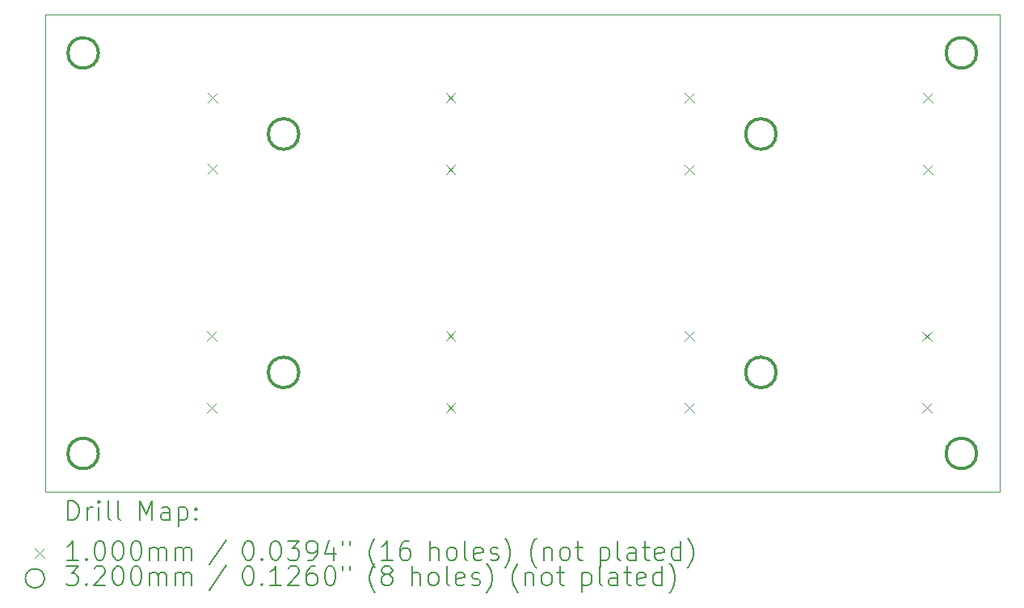
<source format=gbr>
%TF.GenerationSoftware,KiCad,Pcbnew,(7.0.0)*%
%TF.CreationDate,2023-05-19T00:04:20+02:00*%
%TF.ProjectId,BP,42502e6b-6963-4616-945f-706362585858,rev?*%
%TF.SameCoordinates,Original*%
%TF.FileFunction,Drillmap*%
%TF.FilePolarity,Positive*%
%FSLAX45Y45*%
G04 Gerber Fmt 4.5, Leading zero omitted, Abs format (unit mm)*
G04 Created by KiCad (PCBNEW (7.0.0)) date 2023-05-19 00:04:20*
%MOMM*%
%LPD*%
G01*
G04 APERTURE LIST*
%ADD10C,0.100000*%
%ADD11C,0.200000*%
%ADD12C,0.320000*%
G04 APERTURE END LIST*
D10*
X16200000Y-23800000D02*
X6200000Y-23800000D01*
X6200000Y-18800000D01*
X16200000Y-18800000D01*
X16200000Y-23800000D01*
D11*
D10*
X7900000Y-22120010D02*
X8000000Y-22220010D01*
X8000000Y-22120010D02*
X7900000Y-22220010D01*
X7900000Y-22870010D02*
X8000000Y-22970010D01*
X8000000Y-22870010D02*
X7900000Y-22970010D01*
X7907100Y-19618130D02*
X8007100Y-19718130D01*
X8007100Y-19618130D02*
X7907100Y-19718130D01*
X7907100Y-20368130D02*
X8007100Y-20468130D01*
X8007100Y-20368130D02*
X7907100Y-20468130D01*
X10400000Y-19620000D02*
X10500000Y-19720000D01*
X10500000Y-19620000D02*
X10400000Y-19720000D01*
X10400000Y-20370000D02*
X10500000Y-20470000D01*
X10500000Y-20370000D02*
X10400000Y-20470000D01*
X10400000Y-22120000D02*
X10500000Y-22220000D01*
X10500000Y-22120000D02*
X10400000Y-22220000D01*
X10400000Y-22870000D02*
X10500000Y-22970000D01*
X10500000Y-22870000D02*
X10400000Y-22970000D01*
X12900000Y-19620000D02*
X13000000Y-19720000D01*
X13000000Y-19620000D02*
X12900000Y-19720000D01*
X12900000Y-20370000D02*
X13000000Y-20470000D01*
X13000000Y-20370000D02*
X12900000Y-20470000D01*
X12900000Y-22120000D02*
X13000000Y-22220000D01*
X13000000Y-22120000D02*
X12900000Y-22220000D01*
X12900000Y-22870000D02*
X13000000Y-22970000D01*
X13000000Y-22870000D02*
X12900000Y-22970000D01*
X15393700Y-22121870D02*
X15493700Y-22221870D01*
X15493700Y-22121870D02*
X15393700Y-22221870D01*
X15393700Y-22871870D02*
X15493700Y-22971870D01*
X15493700Y-22871870D02*
X15393700Y-22971870D01*
X15400000Y-19620000D02*
X15500000Y-19720000D01*
X15500000Y-19620000D02*
X15400000Y-19720000D01*
X15400000Y-20370000D02*
X15500000Y-20470000D01*
X15500000Y-20370000D02*
X15400000Y-20470000D01*
D12*
X6760000Y-19200000D02*
G75*
G03*
X6760000Y-19200000I-160000J0D01*
G01*
X6760000Y-23400000D02*
G75*
G03*
X6760000Y-23400000I-160000J0D01*
G01*
X8860000Y-20050000D02*
G75*
G03*
X8860000Y-20050000I-160000J0D01*
G01*
X8860000Y-22550000D02*
G75*
G03*
X8860000Y-22550000I-160000J0D01*
G01*
X13860000Y-20050000D02*
G75*
G03*
X13860000Y-20050000I-160000J0D01*
G01*
X13860000Y-22550000D02*
G75*
G03*
X13860000Y-22550000I-160000J0D01*
G01*
X15960000Y-19200000D02*
G75*
G03*
X15960000Y-19200000I-160000J0D01*
G01*
X15960000Y-23400000D02*
G75*
G03*
X15960000Y-23400000I-160000J0D01*
G01*
D11*
X6442619Y-24098476D02*
X6442619Y-23898476D01*
X6442619Y-23898476D02*
X6490238Y-23898476D01*
X6490238Y-23898476D02*
X6518809Y-23908000D01*
X6518809Y-23908000D02*
X6537857Y-23927048D01*
X6537857Y-23927048D02*
X6547381Y-23946095D01*
X6547381Y-23946095D02*
X6556905Y-23984190D01*
X6556905Y-23984190D02*
X6556905Y-24012762D01*
X6556905Y-24012762D02*
X6547381Y-24050857D01*
X6547381Y-24050857D02*
X6537857Y-24069905D01*
X6537857Y-24069905D02*
X6518809Y-24088952D01*
X6518809Y-24088952D02*
X6490238Y-24098476D01*
X6490238Y-24098476D02*
X6442619Y-24098476D01*
X6642619Y-24098476D02*
X6642619Y-23965143D01*
X6642619Y-24003238D02*
X6652143Y-23984190D01*
X6652143Y-23984190D02*
X6661667Y-23974667D01*
X6661667Y-23974667D02*
X6680714Y-23965143D01*
X6680714Y-23965143D02*
X6699762Y-23965143D01*
X6766428Y-24098476D02*
X6766428Y-23965143D01*
X6766428Y-23898476D02*
X6756905Y-23908000D01*
X6756905Y-23908000D02*
X6766428Y-23917524D01*
X6766428Y-23917524D02*
X6775952Y-23908000D01*
X6775952Y-23908000D02*
X6766428Y-23898476D01*
X6766428Y-23898476D02*
X6766428Y-23917524D01*
X6890238Y-24098476D02*
X6871190Y-24088952D01*
X6871190Y-24088952D02*
X6861667Y-24069905D01*
X6861667Y-24069905D02*
X6861667Y-23898476D01*
X6995000Y-24098476D02*
X6975952Y-24088952D01*
X6975952Y-24088952D02*
X6966428Y-24069905D01*
X6966428Y-24069905D02*
X6966428Y-23898476D01*
X7191190Y-24098476D02*
X7191190Y-23898476D01*
X7191190Y-23898476D02*
X7257857Y-24041333D01*
X7257857Y-24041333D02*
X7324524Y-23898476D01*
X7324524Y-23898476D02*
X7324524Y-24098476D01*
X7505476Y-24098476D02*
X7505476Y-23993714D01*
X7505476Y-23993714D02*
X7495952Y-23974667D01*
X7495952Y-23974667D02*
X7476905Y-23965143D01*
X7476905Y-23965143D02*
X7438809Y-23965143D01*
X7438809Y-23965143D02*
X7419762Y-23974667D01*
X7505476Y-24088952D02*
X7486428Y-24098476D01*
X7486428Y-24098476D02*
X7438809Y-24098476D01*
X7438809Y-24098476D02*
X7419762Y-24088952D01*
X7419762Y-24088952D02*
X7410238Y-24069905D01*
X7410238Y-24069905D02*
X7410238Y-24050857D01*
X7410238Y-24050857D02*
X7419762Y-24031809D01*
X7419762Y-24031809D02*
X7438809Y-24022286D01*
X7438809Y-24022286D02*
X7486428Y-24022286D01*
X7486428Y-24022286D02*
X7505476Y-24012762D01*
X7600714Y-23965143D02*
X7600714Y-24165143D01*
X7600714Y-23974667D02*
X7619762Y-23965143D01*
X7619762Y-23965143D02*
X7657857Y-23965143D01*
X7657857Y-23965143D02*
X7676905Y-23974667D01*
X7676905Y-23974667D02*
X7686428Y-23984190D01*
X7686428Y-23984190D02*
X7695952Y-24003238D01*
X7695952Y-24003238D02*
X7695952Y-24060381D01*
X7695952Y-24060381D02*
X7686428Y-24079428D01*
X7686428Y-24079428D02*
X7676905Y-24088952D01*
X7676905Y-24088952D02*
X7657857Y-24098476D01*
X7657857Y-24098476D02*
X7619762Y-24098476D01*
X7619762Y-24098476D02*
X7600714Y-24088952D01*
X7781667Y-24079428D02*
X7791190Y-24088952D01*
X7791190Y-24088952D02*
X7781667Y-24098476D01*
X7781667Y-24098476D02*
X7772143Y-24088952D01*
X7772143Y-24088952D02*
X7781667Y-24079428D01*
X7781667Y-24079428D02*
X7781667Y-24098476D01*
X7781667Y-23974667D02*
X7791190Y-23984190D01*
X7791190Y-23984190D02*
X7781667Y-23993714D01*
X7781667Y-23993714D02*
X7772143Y-23984190D01*
X7772143Y-23984190D02*
X7781667Y-23974667D01*
X7781667Y-23974667D02*
X7781667Y-23993714D01*
D10*
X6095000Y-24395000D02*
X6195000Y-24495000D01*
X6195000Y-24395000D02*
X6095000Y-24495000D01*
D11*
X6547381Y-24518476D02*
X6433095Y-24518476D01*
X6490238Y-24518476D02*
X6490238Y-24318476D01*
X6490238Y-24318476D02*
X6471190Y-24347048D01*
X6471190Y-24347048D02*
X6452143Y-24366095D01*
X6452143Y-24366095D02*
X6433095Y-24375619D01*
X6633095Y-24499428D02*
X6642619Y-24508952D01*
X6642619Y-24508952D02*
X6633095Y-24518476D01*
X6633095Y-24518476D02*
X6623571Y-24508952D01*
X6623571Y-24508952D02*
X6633095Y-24499428D01*
X6633095Y-24499428D02*
X6633095Y-24518476D01*
X6766428Y-24318476D02*
X6785476Y-24318476D01*
X6785476Y-24318476D02*
X6804524Y-24328000D01*
X6804524Y-24328000D02*
X6814048Y-24337524D01*
X6814048Y-24337524D02*
X6823571Y-24356571D01*
X6823571Y-24356571D02*
X6833095Y-24394667D01*
X6833095Y-24394667D02*
X6833095Y-24442286D01*
X6833095Y-24442286D02*
X6823571Y-24480381D01*
X6823571Y-24480381D02*
X6814048Y-24499428D01*
X6814048Y-24499428D02*
X6804524Y-24508952D01*
X6804524Y-24508952D02*
X6785476Y-24518476D01*
X6785476Y-24518476D02*
X6766428Y-24518476D01*
X6766428Y-24518476D02*
X6747381Y-24508952D01*
X6747381Y-24508952D02*
X6737857Y-24499428D01*
X6737857Y-24499428D02*
X6728333Y-24480381D01*
X6728333Y-24480381D02*
X6718809Y-24442286D01*
X6718809Y-24442286D02*
X6718809Y-24394667D01*
X6718809Y-24394667D02*
X6728333Y-24356571D01*
X6728333Y-24356571D02*
X6737857Y-24337524D01*
X6737857Y-24337524D02*
X6747381Y-24328000D01*
X6747381Y-24328000D02*
X6766428Y-24318476D01*
X6956905Y-24318476D02*
X6975952Y-24318476D01*
X6975952Y-24318476D02*
X6995000Y-24328000D01*
X6995000Y-24328000D02*
X7004524Y-24337524D01*
X7004524Y-24337524D02*
X7014048Y-24356571D01*
X7014048Y-24356571D02*
X7023571Y-24394667D01*
X7023571Y-24394667D02*
X7023571Y-24442286D01*
X7023571Y-24442286D02*
X7014048Y-24480381D01*
X7014048Y-24480381D02*
X7004524Y-24499428D01*
X7004524Y-24499428D02*
X6995000Y-24508952D01*
X6995000Y-24508952D02*
X6975952Y-24518476D01*
X6975952Y-24518476D02*
X6956905Y-24518476D01*
X6956905Y-24518476D02*
X6937857Y-24508952D01*
X6937857Y-24508952D02*
X6928333Y-24499428D01*
X6928333Y-24499428D02*
X6918809Y-24480381D01*
X6918809Y-24480381D02*
X6909286Y-24442286D01*
X6909286Y-24442286D02*
X6909286Y-24394667D01*
X6909286Y-24394667D02*
X6918809Y-24356571D01*
X6918809Y-24356571D02*
X6928333Y-24337524D01*
X6928333Y-24337524D02*
X6937857Y-24328000D01*
X6937857Y-24328000D02*
X6956905Y-24318476D01*
X7147381Y-24318476D02*
X7166429Y-24318476D01*
X7166429Y-24318476D02*
X7185476Y-24328000D01*
X7185476Y-24328000D02*
X7195000Y-24337524D01*
X7195000Y-24337524D02*
X7204524Y-24356571D01*
X7204524Y-24356571D02*
X7214048Y-24394667D01*
X7214048Y-24394667D02*
X7214048Y-24442286D01*
X7214048Y-24442286D02*
X7204524Y-24480381D01*
X7204524Y-24480381D02*
X7195000Y-24499428D01*
X7195000Y-24499428D02*
X7185476Y-24508952D01*
X7185476Y-24508952D02*
X7166429Y-24518476D01*
X7166429Y-24518476D02*
X7147381Y-24518476D01*
X7147381Y-24518476D02*
X7128333Y-24508952D01*
X7128333Y-24508952D02*
X7118809Y-24499428D01*
X7118809Y-24499428D02*
X7109286Y-24480381D01*
X7109286Y-24480381D02*
X7099762Y-24442286D01*
X7099762Y-24442286D02*
X7099762Y-24394667D01*
X7099762Y-24394667D02*
X7109286Y-24356571D01*
X7109286Y-24356571D02*
X7118809Y-24337524D01*
X7118809Y-24337524D02*
X7128333Y-24328000D01*
X7128333Y-24328000D02*
X7147381Y-24318476D01*
X7299762Y-24518476D02*
X7299762Y-24385143D01*
X7299762Y-24404190D02*
X7309286Y-24394667D01*
X7309286Y-24394667D02*
X7328333Y-24385143D01*
X7328333Y-24385143D02*
X7356905Y-24385143D01*
X7356905Y-24385143D02*
X7375952Y-24394667D01*
X7375952Y-24394667D02*
X7385476Y-24413714D01*
X7385476Y-24413714D02*
X7385476Y-24518476D01*
X7385476Y-24413714D02*
X7395000Y-24394667D01*
X7395000Y-24394667D02*
X7414048Y-24385143D01*
X7414048Y-24385143D02*
X7442619Y-24385143D01*
X7442619Y-24385143D02*
X7461667Y-24394667D01*
X7461667Y-24394667D02*
X7471190Y-24413714D01*
X7471190Y-24413714D02*
X7471190Y-24518476D01*
X7566429Y-24518476D02*
X7566429Y-24385143D01*
X7566429Y-24404190D02*
X7575952Y-24394667D01*
X7575952Y-24394667D02*
X7595000Y-24385143D01*
X7595000Y-24385143D02*
X7623571Y-24385143D01*
X7623571Y-24385143D02*
X7642619Y-24394667D01*
X7642619Y-24394667D02*
X7652143Y-24413714D01*
X7652143Y-24413714D02*
X7652143Y-24518476D01*
X7652143Y-24413714D02*
X7661667Y-24394667D01*
X7661667Y-24394667D02*
X7680714Y-24385143D01*
X7680714Y-24385143D02*
X7709286Y-24385143D01*
X7709286Y-24385143D02*
X7728333Y-24394667D01*
X7728333Y-24394667D02*
X7737857Y-24413714D01*
X7737857Y-24413714D02*
X7737857Y-24518476D01*
X8095952Y-24308952D02*
X7924524Y-24566095D01*
X8320714Y-24318476D02*
X8339762Y-24318476D01*
X8339762Y-24318476D02*
X8358810Y-24328000D01*
X8358810Y-24328000D02*
X8368333Y-24337524D01*
X8368333Y-24337524D02*
X8377857Y-24356571D01*
X8377857Y-24356571D02*
X8387381Y-24394667D01*
X8387381Y-24394667D02*
X8387381Y-24442286D01*
X8387381Y-24442286D02*
X8377857Y-24480381D01*
X8377857Y-24480381D02*
X8368333Y-24499428D01*
X8368333Y-24499428D02*
X8358810Y-24508952D01*
X8358810Y-24508952D02*
X8339762Y-24518476D01*
X8339762Y-24518476D02*
X8320714Y-24518476D01*
X8320714Y-24518476D02*
X8301667Y-24508952D01*
X8301667Y-24508952D02*
X8292143Y-24499428D01*
X8292143Y-24499428D02*
X8282619Y-24480381D01*
X8282619Y-24480381D02*
X8273095Y-24442286D01*
X8273095Y-24442286D02*
X8273095Y-24394667D01*
X8273095Y-24394667D02*
X8282619Y-24356571D01*
X8282619Y-24356571D02*
X8292143Y-24337524D01*
X8292143Y-24337524D02*
X8301667Y-24328000D01*
X8301667Y-24328000D02*
X8320714Y-24318476D01*
X8473095Y-24499428D02*
X8482619Y-24508952D01*
X8482619Y-24508952D02*
X8473095Y-24518476D01*
X8473095Y-24518476D02*
X8463572Y-24508952D01*
X8463572Y-24508952D02*
X8473095Y-24499428D01*
X8473095Y-24499428D02*
X8473095Y-24518476D01*
X8606429Y-24318476D02*
X8625476Y-24318476D01*
X8625476Y-24318476D02*
X8644524Y-24328000D01*
X8644524Y-24328000D02*
X8654048Y-24337524D01*
X8654048Y-24337524D02*
X8663572Y-24356571D01*
X8663572Y-24356571D02*
X8673095Y-24394667D01*
X8673095Y-24394667D02*
X8673095Y-24442286D01*
X8673095Y-24442286D02*
X8663572Y-24480381D01*
X8663572Y-24480381D02*
X8654048Y-24499428D01*
X8654048Y-24499428D02*
X8644524Y-24508952D01*
X8644524Y-24508952D02*
X8625476Y-24518476D01*
X8625476Y-24518476D02*
X8606429Y-24518476D01*
X8606429Y-24518476D02*
X8587381Y-24508952D01*
X8587381Y-24508952D02*
X8577857Y-24499428D01*
X8577857Y-24499428D02*
X8568333Y-24480381D01*
X8568333Y-24480381D02*
X8558810Y-24442286D01*
X8558810Y-24442286D02*
X8558810Y-24394667D01*
X8558810Y-24394667D02*
X8568333Y-24356571D01*
X8568333Y-24356571D02*
X8577857Y-24337524D01*
X8577857Y-24337524D02*
X8587381Y-24328000D01*
X8587381Y-24328000D02*
X8606429Y-24318476D01*
X8739762Y-24318476D02*
X8863572Y-24318476D01*
X8863572Y-24318476D02*
X8796905Y-24394667D01*
X8796905Y-24394667D02*
X8825476Y-24394667D01*
X8825476Y-24394667D02*
X8844524Y-24404190D01*
X8844524Y-24404190D02*
X8854048Y-24413714D01*
X8854048Y-24413714D02*
X8863572Y-24432762D01*
X8863572Y-24432762D02*
X8863572Y-24480381D01*
X8863572Y-24480381D02*
X8854048Y-24499428D01*
X8854048Y-24499428D02*
X8844524Y-24508952D01*
X8844524Y-24508952D02*
X8825476Y-24518476D01*
X8825476Y-24518476D02*
X8768333Y-24518476D01*
X8768333Y-24518476D02*
X8749286Y-24508952D01*
X8749286Y-24508952D02*
X8739762Y-24499428D01*
X8958810Y-24518476D02*
X8996905Y-24518476D01*
X8996905Y-24518476D02*
X9015953Y-24508952D01*
X9015953Y-24508952D02*
X9025476Y-24499428D01*
X9025476Y-24499428D02*
X9044524Y-24470857D01*
X9044524Y-24470857D02*
X9054048Y-24432762D01*
X9054048Y-24432762D02*
X9054048Y-24356571D01*
X9054048Y-24356571D02*
X9044524Y-24337524D01*
X9044524Y-24337524D02*
X9035000Y-24328000D01*
X9035000Y-24328000D02*
X9015953Y-24318476D01*
X9015953Y-24318476D02*
X8977857Y-24318476D01*
X8977857Y-24318476D02*
X8958810Y-24328000D01*
X8958810Y-24328000D02*
X8949286Y-24337524D01*
X8949286Y-24337524D02*
X8939762Y-24356571D01*
X8939762Y-24356571D02*
X8939762Y-24404190D01*
X8939762Y-24404190D02*
X8949286Y-24423238D01*
X8949286Y-24423238D02*
X8958810Y-24432762D01*
X8958810Y-24432762D02*
X8977857Y-24442286D01*
X8977857Y-24442286D02*
X9015953Y-24442286D01*
X9015953Y-24442286D02*
X9035000Y-24432762D01*
X9035000Y-24432762D02*
X9044524Y-24423238D01*
X9044524Y-24423238D02*
X9054048Y-24404190D01*
X9225476Y-24385143D02*
X9225476Y-24518476D01*
X9177857Y-24308952D02*
X9130238Y-24451809D01*
X9130238Y-24451809D02*
X9254048Y-24451809D01*
X9320714Y-24318476D02*
X9320714Y-24356571D01*
X9396905Y-24318476D02*
X9396905Y-24356571D01*
X9659762Y-24594667D02*
X9650238Y-24585143D01*
X9650238Y-24585143D02*
X9631191Y-24556571D01*
X9631191Y-24556571D02*
X9621667Y-24537524D01*
X9621667Y-24537524D02*
X9612143Y-24508952D01*
X9612143Y-24508952D02*
X9602619Y-24461333D01*
X9602619Y-24461333D02*
X9602619Y-24423238D01*
X9602619Y-24423238D02*
X9612143Y-24375619D01*
X9612143Y-24375619D02*
X9621667Y-24347048D01*
X9621667Y-24347048D02*
X9631191Y-24328000D01*
X9631191Y-24328000D02*
X9650238Y-24299428D01*
X9650238Y-24299428D02*
X9659762Y-24289905D01*
X9840714Y-24518476D02*
X9726429Y-24518476D01*
X9783572Y-24518476D02*
X9783572Y-24318476D01*
X9783572Y-24318476D02*
X9764524Y-24347048D01*
X9764524Y-24347048D02*
X9745476Y-24366095D01*
X9745476Y-24366095D02*
X9726429Y-24375619D01*
X10012143Y-24318476D02*
X9974048Y-24318476D01*
X9974048Y-24318476D02*
X9955000Y-24328000D01*
X9955000Y-24328000D02*
X9945476Y-24337524D01*
X9945476Y-24337524D02*
X9926429Y-24366095D01*
X9926429Y-24366095D02*
X9916905Y-24404190D01*
X9916905Y-24404190D02*
X9916905Y-24480381D01*
X9916905Y-24480381D02*
X9926429Y-24499428D01*
X9926429Y-24499428D02*
X9935953Y-24508952D01*
X9935953Y-24508952D02*
X9955000Y-24518476D01*
X9955000Y-24518476D02*
X9993095Y-24518476D01*
X9993095Y-24518476D02*
X10012143Y-24508952D01*
X10012143Y-24508952D02*
X10021667Y-24499428D01*
X10021667Y-24499428D02*
X10031191Y-24480381D01*
X10031191Y-24480381D02*
X10031191Y-24432762D01*
X10031191Y-24432762D02*
X10021667Y-24413714D01*
X10021667Y-24413714D02*
X10012143Y-24404190D01*
X10012143Y-24404190D02*
X9993095Y-24394667D01*
X9993095Y-24394667D02*
X9955000Y-24394667D01*
X9955000Y-24394667D02*
X9935953Y-24404190D01*
X9935953Y-24404190D02*
X9926429Y-24413714D01*
X9926429Y-24413714D02*
X9916905Y-24432762D01*
X10236905Y-24518476D02*
X10236905Y-24318476D01*
X10322619Y-24518476D02*
X10322619Y-24413714D01*
X10322619Y-24413714D02*
X10313095Y-24394667D01*
X10313095Y-24394667D02*
X10294048Y-24385143D01*
X10294048Y-24385143D02*
X10265476Y-24385143D01*
X10265476Y-24385143D02*
X10246429Y-24394667D01*
X10246429Y-24394667D02*
X10236905Y-24404190D01*
X10446429Y-24518476D02*
X10427381Y-24508952D01*
X10427381Y-24508952D02*
X10417857Y-24499428D01*
X10417857Y-24499428D02*
X10408334Y-24480381D01*
X10408334Y-24480381D02*
X10408334Y-24423238D01*
X10408334Y-24423238D02*
X10417857Y-24404190D01*
X10417857Y-24404190D02*
X10427381Y-24394667D01*
X10427381Y-24394667D02*
X10446429Y-24385143D01*
X10446429Y-24385143D02*
X10475000Y-24385143D01*
X10475000Y-24385143D02*
X10494048Y-24394667D01*
X10494048Y-24394667D02*
X10503572Y-24404190D01*
X10503572Y-24404190D02*
X10513095Y-24423238D01*
X10513095Y-24423238D02*
X10513095Y-24480381D01*
X10513095Y-24480381D02*
X10503572Y-24499428D01*
X10503572Y-24499428D02*
X10494048Y-24508952D01*
X10494048Y-24508952D02*
X10475000Y-24518476D01*
X10475000Y-24518476D02*
X10446429Y-24518476D01*
X10627381Y-24518476D02*
X10608334Y-24508952D01*
X10608334Y-24508952D02*
X10598810Y-24489905D01*
X10598810Y-24489905D02*
X10598810Y-24318476D01*
X10779762Y-24508952D02*
X10760715Y-24518476D01*
X10760715Y-24518476D02*
X10722619Y-24518476D01*
X10722619Y-24518476D02*
X10703572Y-24508952D01*
X10703572Y-24508952D02*
X10694048Y-24489905D01*
X10694048Y-24489905D02*
X10694048Y-24413714D01*
X10694048Y-24413714D02*
X10703572Y-24394667D01*
X10703572Y-24394667D02*
X10722619Y-24385143D01*
X10722619Y-24385143D02*
X10760715Y-24385143D01*
X10760715Y-24385143D02*
X10779762Y-24394667D01*
X10779762Y-24394667D02*
X10789286Y-24413714D01*
X10789286Y-24413714D02*
X10789286Y-24432762D01*
X10789286Y-24432762D02*
X10694048Y-24451809D01*
X10865476Y-24508952D02*
X10884524Y-24518476D01*
X10884524Y-24518476D02*
X10922619Y-24518476D01*
X10922619Y-24518476D02*
X10941667Y-24508952D01*
X10941667Y-24508952D02*
X10951191Y-24489905D01*
X10951191Y-24489905D02*
X10951191Y-24480381D01*
X10951191Y-24480381D02*
X10941667Y-24461333D01*
X10941667Y-24461333D02*
X10922619Y-24451809D01*
X10922619Y-24451809D02*
X10894048Y-24451809D01*
X10894048Y-24451809D02*
X10875000Y-24442286D01*
X10875000Y-24442286D02*
X10865476Y-24423238D01*
X10865476Y-24423238D02*
X10865476Y-24413714D01*
X10865476Y-24413714D02*
X10875000Y-24394667D01*
X10875000Y-24394667D02*
X10894048Y-24385143D01*
X10894048Y-24385143D02*
X10922619Y-24385143D01*
X10922619Y-24385143D02*
X10941667Y-24394667D01*
X11017857Y-24594667D02*
X11027381Y-24585143D01*
X11027381Y-24585143D02*
X11046429Y-24556571D01*
X11046429Y-24556571D02*
X11055953Y-24537524D01*
X11055953Y-24537524D02*
X11065476Y-24508952D01*
X11065476Y-24508952D02*
X11075000Y-24461333D01*
X11075000Y-24461333D02*
X11075000Y-24423238D01*
X11075000Y-24423238D02*
X11065476Y-24375619D01*
X11065476Y-24375619D02*
X11055953Y-24347048D01*
X11055953Y-24347048D02*
X11046429Y-24328000D01*
X11046429Y-24328000D02*
X11027381Y-24299428D01*
X11027381Y-24299428D02*
X11017857Y-24289905D01*
X11347381Y-24594667D02*
X11337857Y-24585143D01*
X11337857Y-24585143D02*
X11318810Y-24556571D01*
X11318810Y-24556571D02*
X11309286Y-24537524D01*
X11309286Y-24537524D02*
X11299762Y-24508952D01*
X11299762Y-24508952D02*
X11290238Y-24461333D01*
X11290238Y-24461333D02*
X11290238Y-24423238D01*
X11290238Y-24423238D02*
X11299762Y-24375619D01*
X11299762Y-24375619D02*
X11309286Y-24347048D01*
X11309286Y-24347048D02*
X11318810Y-24328000D01*
X11318810Y-24328000D02*
X11337857Y-24299428D01*
X11337857Y-24299428D02*
X11347381Y-24289905D01*
X11423572Y-24385143D02*
X11423572Y-24518476D01*
X11423572Y-24404190D02*
X11433095Y-24394667D01*
X11433095Y-24394667D02*
X11452143Y-24385143D01*
X11452143Y-24385143D02*
X11480714Y-24385143D01*
X11480714Y-24385143D02*
X11499762Y-24394667D01*
X11499762Y-24394667D02*
X11509286Y-24413714D01*
X11509286Y-24413714D02*
X11509286Y-24518476D01*
X11633095Y-24518476D02*
X11614048Y-24508952D01*
X11614048Y-24508952D02*
X11604524Y-24499428D01*
X11604524Y-24499428D02*
X11595000Y-24480381D01*
X11595000Y-24480381D02*
X11595000Y-24423238D01*
X11595000Y-24423238D02*
X11604524Y-24404190D01*
X11604524Y-24404190D02*
X11614048Y-24394667D01*
X11614048Y-24394667D02*
X11633095Y-24385143D01*
X11633095Y-24385143D02*
X11661667Y-24385143D01*
X11661667Y-24385143D02*
X11680714Y-24394667D01*
X11680714Y-24394667D02*
X11690238Y-24404190D01*
X11690238Y-24404190D02*
X11699762Y-24423238D01*
X11699762Y-24423238D02*
X11699762Y-24480381D01*
X11699762Y-24480381D02*
X11690238Y-24499428D01*
X11690238Y-24499428D02*
X11680714Y-24508952D01*
X11680714Y-24508952D02*
X11661667Y-24518476D01*
X11661667Y-24518476D02*
X11633095Y-24518476D01*
X11756905Y-24385143D02*
X11833095Y-24385143D01*
X11785476Y-24318476D02*
X11785476Y-24489905D01*
X11785476Y-24489905D02*
X11795000Y-24508952D01*
X11795000Y-24508952D02*
X11814048Y-24518476D01*
X11814048Y-24518476D02*
X11833095Y-24518476D01*
X12019762Y-24385143D02*
X12019762Y-24585143D01*
X12019762Y-24394667D02*
X12038810Y-24385143D01*
X12038810Y-24385143D02*
X12076905Y-24385143D01*
X12076905Y-24385143D02*
X12095953Y-24394667D01*
X12095953Y-24394667D02*
X12105476Y-24404190D01*
X12105476Y-24404190D02*
X12115000Y-24423238D01*
X12115000Y-24423238D02*
X12115000Y-24480381D01*
X12115000Y-24480381D02*
X12105476Y-24499428D01*
X12105476Y-24499428D02*
X12095953Y-24508952D01*
X12095953Y-24508952D02*
X12076905Y-24518476D01*
X12076905Y-24518476D02*
X12038810Y-24518476D01*
X12038810Y-24518476D02*
X12019762Y-24508952D01*
X12229286Y-24518476D02*
X12210238Y-24508952D01*
X12210238Y-24508952D02*
X12200714Y-24489905D01*
X12200714Y-24489905D02*
X12200714Y-24318476D01*
X12391191Y-24518476D02*
X12391191Y-24413714D01*
X12391191Y-24413714D02*
X12381667Y-24394667D01*
X12381667Y-24394667D02*
X12362619Y-24385143D01*
X12362619Y-24385143D02*
X12324524Y-24385143D01*
X12324524Y-24385143D02*
X12305476Y-24394667D01*
X12391191Y-24508952D02*
X12372143Y-24518476D01*
X12372143Y-24518476D02*
X12324524Y-24518476D01*
X12324524Y-24518476D02*
X12305476Y-24508952D01*
X12305476Y-24508952D02*
X12295953Y-24489905D01*
X12295953Y-24489905D02*
X12295953Y-24470857D01*
X12295953Y-24470857D02*
X12305476Y-24451809D01*
X12305476Y-24451809D02*
X12324524Y-24442286D01*
X12324524Y-24442286D02*
X12372143Y-24442286D01*
X12372143Y-24442286D02*
X12391191Y-24432762D01*
X12457857Y-24385143D02*
X12534048Y-24385143D01*
X12486429Y-24318476D02*
X12486429Y-24489905D01*
X12486429Y-24489905D02*
X12495953Y-24508952D01*
X12495953Y-24508952D02*
X12515000Y-24518476D01*
X12515000Y-24518476D02*
X12534048Y-24518476D01*
X12676905Y-24508952D02*
X12657857Y-24518476D01*
X12657857Y-24518476D02*
X12619762Y-24518476D01*
X12619762Y-24518476D02*
X12600714Y-24508952D01*
X12600714Y-24508952D02*
X12591191Y-24489905D01*
X12591191Y-24489905D02*
X12591191Y-24413714D01*
X12591191Y-24413714D02*
X12600714Y-24394667D01*
X12600714Y-24394667D02*
X12619762Y-24385143D01*
X12619762Y-24385143D02*
X12657857Y-24385143D01*
X12657857Y-24385143D02*
X12676905Y-24394667D01*
X12676905Y-24394667D02*
X12686429Y-24413714D01*
X12686429Y-24413714D02*
X12686429Y-24432762D01*
X12686429Y-24432762D02*
X12591191Y-24451809D01*
X12857857Y-24518476D02*
X12857857Y-24318476D01*
X12857857Y-24508952D02*
X12838810Y-24518476D01*
X12838810Y-24518476D02*
X12800714Y-24518476D01*
X12800714Y-24518476D02*
X12781667Y-24508952D01*
X12781667Y-24508952D02*
X12772143Y-24499428D01*
X12772143Y-24499428D02*
X12762619Y-24480381D01*
X12762619Y-24480381D02*
X12762619Y-24423238D01*
X12762619Y-24423238D02*
X12772143Y-24404190D01*
X12772143Y-24404190D02*
X12781667Y-24394667D01*
X12781667Y-24394667D02*
X12800714Y-24385143D01*
X12800714Y-24385143D02*
X12838810Y-24385143D01*
X12838810Y-24385143D02*
X12857857Y-24394667D01*
X12934048Y-24594667D02*
X12943572Y-24585143D01*
X12943572Y-24585143D02*
X12962619Y-24556571D01*
X12962619Y-24556571D02*
X12972143Y-24537524D01*
X12972143Y-24537524D02*
X12981667Y-24508952D01*
X12981667Y-24508952D02*
X12991191Y-24461333D01*
X12991191Y-24461333D02*
X12991191Y-24423238D01*
X12991191Y-24423238D02*
X12981667Y-24375619D01*
X12981667Y-24375619D02*
X12972143Y-24347048D01*
X12972143Y-24347048D02*
X12962619Y-24328000D01*
X12962619Y-24328000D02*
X12943572Y-24299428D01*
X12943572Y-24299428D02*
X12934048Y-24289905D01*
X6195000Y-24709000D02*
G75*
G03*
X6195000Y-24709000I-100000J0D01*
G01*
X6423571Y-24582476D02*
X6547381Y-24582476D01*
X6547381Y-24582476D02*
X6480714Y-24658667D01*
X6480714Y-24658667D02*
X6509286Y-24658667D01*
X6509286Y-24658667D02*
X6528333Y-24668190D01*
X6528333Y-24668190D02*
X6537857Y-24677714D01*
X6537857Y-24677714D02*
X6547381Y-24696762D01*
X6547381Y-24696762D02*
X6547381Y-24744381D01*
X6547381Y-24744381D02*
X6537857Y-24763428D01*
X6537857Y-24763428D02*
X6528333Y-24772952D01*
X6528333Y-24772952D02*
X6509286Y-24782476D01*
X6509286Y-24782476D02*
X6452143Y-24782476D01*
X6452143Y-24782476D02*
X6433095Y-24772952D01*
X6433095Y-24772952D02*
X6423571Y-24763428D01*
X6633095Y-24763428D02*
X6642619Y-24772952D01*
X6642619Y-24772952D02*
X6633095Y-24782476D01*
X6633095Y-24782476D02*
X6623571Y-24772952D01*
X6623571Y-24772952D02*
X6633095Y-24763428D01*
X6633095Y-24763428D02*
X6633095Y-24782476D01*
X6718809Y-24601524D02*
X6728333Y-24592000D01*
X6728333Y-24592000D02*
X6747381Y-24582476D01*
X6747381Y-24582476D02*
X6795000Y-24582476D01*
X6795000Y-24582476D02*
X6814048Y-24592000D01*
X6814048Y-24592000D02*
X6823571Y-24601524D01*
X6823571Y-24601524D02*
X6833095Y-24620571D01*
X6833095Y-24620571D02*
X6833095Y-24639619D01*
X6833095Y-24639619D02*
X6823571Y-24668190D01*
X6823571Y-24668190D02*
X6709286Y-24782476D01*
X6709286Y-24782476D02*
X6833095Y-24782476D01*
X6956905Y-24582476D02*
X6975952Y-24582476D01*
X6975952Y-24582476D02*
X6995000Y-24592000D01*
X6995000Y-24592000D02*
X7004524Y-24601524D01*
X7004524Y-24601524D02*
X7014048Y-24620571D01*
X7014048Y-24620571D02*
X7023571Y-24658667D01*
X7023571Y-24658667D02*
X7023571Y-24706286D01*
X7023571Y-24706286D02*
X7014048Y-24744381D01*
X7014048Y-24744381D02*
X7004524Y-24763428D01*
X7004524Y-24763428D02*
X6995000Y-24772952D01*
X6995000Y-24772952D02*
X6975952Y-24782476D01*
X6975952Y-24782476D02*
X6956905Y-24782476D01*
X6956905Y-24782476D02*
X6937857Y-24772952D01*
X6937857Y-24772952D02*
X6928333Y-24763428D01*
X6928333Y-24763428D02*
X6918809Y-24744381D01*
X6918809Y-24744381D02*
X6909286Y-24706286D01*
X6909286Y-24706286D02*
X6909286Y-24658667D01*
X6909286Y-24658667D02*
X6918809Y-24620571D01*
X6918809Y-24620571D02*
X6928333Y-24601524D01*
X6928333Y-24601524D02*
X6937857Y-24592000D01*
X6937857Y-24592000D02*
X6956905Y-24582476D01*
X7147381Y-24582476D02*
X7166429Y-24582476D01*
X7166429Y-24582476D02*
X7185476Y-24592000D01*
X7185476Y-24592000D02*
X7195000Y-24601524D01*
X7195000Y-24601524D02*
X7204524Y-24620571D01*
X7204524Y-24620571D02*
X7214048Y-24658667D01*
X7214048Y-24658667D02*
X7214048Y-24706286D01*
X7214048Y-24706286D02*
X7204524Y-24744381D01*
X7204524Y-24744381D02*
X7195000Y-24763428D01*
X7195000Y-24763428D02*
X7185476Y-24772952D01*
X7185476Y-24772952D02*
X7166429Y-24782476D01*
X7166429Y-24782476D02*
X7147381Y-24782476D01*
X7147381Y-24782476D02*
X7128333Y-24772952D01*
X7128333Y-24772952D02*
X7118809Y-24763428D01*
X7118809Y-24763428D02*
X7109286Y-24744381D01*
X7109286Y-24744381D02*
X7099762Y-24706286D01*
X7099762Y-24706286D02*
X7099762Y-24658667D01*
X7099762Y-24658667D02*
X7109286Y-24620571D01*
X7109286Y-24620571D02*
X7118809Y-24601524D01*
X7118809Y-24601524D02*
X7128333Y-24592000D01*
X7128333Y-24592000D02*
X7147381Y-24582476D01*
X7299762Y-24782476D02*
X7299762Y-24649143D01*
X7299762Y-24668190D02*
X7309286Y-24658667D01*
X7309286Y-24658667D02*
X7328333Y-24649143D01*
X7328333Y-24649143D02*
X7356905Y-24649143D01*
X7356905Y-24649143D02*
X7375952Y-24658667D01*
X7375952Y-24658667D02*
X7385476Y-24677714D01*
X7385476Y-24677714D02*
X7385476Y-24782476D01*
X7385476Y-24677714D02*
X7395000Y-24658667D01*
X7395000Y-24658667D02*
X7414048Y-24649143D01*
X7414048Y-24649143D02*
X7442619Y-24649143D01*
X7442619Y-24649143D02*
X7461667Y-24658667D01*
X7461667Y-24658667D02*
X7471190Y-24677714D01*
X7471190Y-24677714D02*
X7471190Y-24782476D01*
X7566429Y-24782476D02*
X7566429Y-24649143D01*
X7566429Y-24668190D02*
X7575952Y-24658667D01*
X7575952Y-24658667D02*
X7595000Y-24649143D01*
X7595000Y-24649143D02*
X7623571Y-24649143D01*
X7623571Y-24649143D02*
X7642619Y-24658667D01*
X7642619Y-24658667D02*
X7652143Y-24677714D01*
X7652143Y-24677714D02*
X7652143Y-24782476D01*
X7652143Y-24677714D02*
X7661667Y-24658667D01*
X7661667Y-24658667D02*
X7680714Y-24649143D01*
X7680714Y-24649143D02*
X7709286Y-24649143D01*
X7709286Y-24649143D02*
X7728333Y-24658667D01*
X7728333Y-24658667D02*
X7737857Y-24677714D01*
X7737857Y-24677714D02*
X7737857Y-24782476D01*
X8095952Y-24572952D02*
X7924524Y-24830095D01*
X8320714Y-24582476D02*
X8339762Y-24582476D01*
X8339762Y-24582476D02*
X8358810Y-24592000D01*
X8358810Y-24592000D02*
X8368333Y-24601524D01*
X8368333Y-24601524D02*
X8377857Y-24620571D01*
X8377857Y-24620571D02*
X8387381Y-24658667D01*
X8387381Y-24658667D02*
X8387381Y-24706286D01*
X8387381Y-24706286D02*
X8377857Y-24744381D01*
X8377857Y-24744381D02*
X8368333Y-24763428D01*
X8368333Y-24763428D02*
X8358810Y-24772952D01*
X8358810Y-24772952D02*
X8339762Y-24782476D01*
X8339762Y-24782476D02*
X8320714Y-24782476D01*
X8320714Y-24782476D02*
X8301667Y-24772952D01*
X8301667Y-24772952D02*
X8292143Y-24763428D01*
X8292143Y-24763428D02*
X8282619Y-24744381D01*
X8282619Y-24744381D02*
X8273095Y-24706286D01*
X8273095Y-24706286D02*
X8273095Y-24658667D01*
X8273095Y-24658667D02*
X8282619Y-24620571D01*
X8282619Y-24620571D02*
X8292143Y-24601524D01*
X8292143Y-24601524D02*
X8301667Y-24592000D01*
X8301667Y-24592000D02*
X8320714Y-24582476D01*
X8473095Y-24763428D02*
X8482619Y-24772952D01*
X8482619Y-24772952D02*
X8473095Y-24782476D01*
X8473095Y-24782476D02*
X8463572Y-24772952D01*
X8463572Y-24772952D02*
X8473095Y-24763428D01*
X8473095Y-24763428D02*
X8473095Y-24782476D01*
X8673095Y-24782476D02*
X8558810Y-24782476D01*
X8615952Y-24782476D02*
X8615952Y-24582476D01*
X8615952Y-24582476D02*
X8596905Y-24611048D01*
X8596905Y-24611048D02*
X8577857Y-24630095D01*
X8577857Y-24630095D02*
X8558810Y-24639619D01*
X8749286Y-24601524D02*
X8758810Y-24592000D01*
X8758810Y-24592000D02*
X8777857Y-24582476D01*
X8777857Y-24582476D02*
X8825476Y-24582476D01*
X8825476Y-24582476D02*
X8844524Y-24592000D01*
X8844524Y-24592000D02*
X8854048Y-24601524D01*
X8854048Y-24601524D02*
X8863572Y-24620571D01*
X8863572Y-24620571D02*
X8863572Y-24639619D01*
X8863572Y-24639619D02*
X8854048Y-24668190D01*
X8854048Y-24668190D02*
X8739762Y-24782476D01*
X8739762Y-24782476D02*
X8863572Y-24782476D01*
X9035000Y-24582476D02*
X8996905Y-24582476D01*
X8996905Y-24582476D02*
X8977857Y-24592000D01*
X8977857Y-24592000D02*
X8968333Y-24601524D01*
X8968333Y-24601524D02*
X8949286Y-24630095D01*
X8949286Y-24630095D02*
X8939762Y-24668190D01*
X8939762Y-24668190D02*
X8939762Y-24744381D01*
X8939762Y-24744381D02*
X8949286Y-24763428D01*
X8949286Y-24763428D02*
X8958810Y-24772952D01*
X8958810Y-24772952D02*
X8977857Y-24782476D01*
X8977857Y-24782476D02*
X9015953Y-24782476D01*
X9015953Y-24782476D02*
X9035000Y-24772952D01*
X9035000Y-24772952D02*
X9044524Y-24763428D01*
X9044524Y-24763428D02*
X9054048Y-24744381D01*
X9054048Y-24744381D02*
X9054048Y-24696762D01*
X9054048Y-24696762D02*
X9044524Y-24677714D01*
X9044524Y-24677714D02*
X9035000Y-24668190D01*
X9035000Y-24668190D02*
X9015953Y-24658667D01*
X9015953Y-24658667D02*
X8977857Y-24658667D01*
X8977857Y-24658667D02*
X8958810Y-24668190D01*
X8958810Y-24668190D02*
X8949286Y-24677714D01*
X8949286Y-24677714D02*
X8939762Y-24696762D01*
X9177857Y-24582476D02*
X9196905Y-24582476D01*
X9196905Y-24582476D02*
X9215953Y-24592000D01*
X9215953Y-24592000D02*
X9225476Y-24601524D01*
X9225476Y-24601524D02*
X9235000Y-24620571D01*
X9235000Y-24620571D02*
X9244524Y-24658667D01*
X9244524Y-24658667D02*
X9244524Y-24706286D01*
X9244524Y-24706286D02*
X9235000Y-24744381D01*
X9235000Y-24744381D02*
X9225476Y-24763428D01*
X9225476Y-24763428D02*
X9215953Y-24772952D01*
X9215953Y-24772952D02*
X9196905Y-24782476D01*
X9196905Y-24782476D02*
X9177857Y-24782476D01*
X9177857Y-24782476D02*
X9158810Y-24772952D01*
X9158810Y-24772952D02*
X9149286Y-24763428D01*
X9149286Y-24763428D02*
X9139762Y-24744381D01*
X9139762Y-24744381D02*
X9130238Y-24706286D01*
X9130238Y-24706286D02*
X9130238Y-24658667D01*
X9130238Y-24658667D02*
X9139762Y-24620571D01*
X9139762Y-24620571D02*
X9149286Y-24601524D01*
X9149286Y-24601524D02*
X9158810Y-24592000D01*
X9158810Y-24592000D02*
X9177857Y-24582476D01*
X9320714Y-24582476D02*
X9320714Y-24620571D01*
X9396905Y-24582476D02*
X9396905Y-24620571D01*
X9659762Y-24858667D02*
X9650238Y-24849143D01*
X9650238Y-24849143D02*
X9631191Y-24820571D01*
X9631191Y-24820571D02*
X9621667Y-24801524D01*
X9621667Y-24801524D02*
X9612143Y-24772952D01*
X9612143Y-24772952D02*
X9602619Y-24725333D01*
X9602619Y-24725333D02*
X9602619Y-24687238D01*
X9602619Y-24687238D02*
X9612143Y-24639619D01*
X9612143Y-24639619D02*
X9621667Y-24611048D01*
X9621667Y-24611048D02*
X9631191Y-24592000D01*
X9631191Y-24592000D02*
X9650238Y-24563428D01*
X9650238Y-24563428D02*
X9659762Y-24553905D01*
X9764524Y-24668190D02*
X9745476Y-24658667D01*
X9745476Y-24658667D02*
X9735953Y-24649143D01*
X9735953Y-24649143D02*
X9726429Y-24630095D01*
X9726429Y-24630095D02*
X9726429Y-24620571D01*
X9726429Y-24620571D02*
X9735953Y-24601524D01*
X9735953Y-24601524D02*
X9745476Y-24592000D01*
X9745476Y-24592000D02*
X9764524Y-24582476D01*
X9764524Y-24582476D02*
X9802619Y-24582476D01*
X9802619Y-24582476D02*
X9821667Y-24592000D01*
X9821667Y-24592000D02*
X9831191Y-24601524D01*
X9831191Y-24601524D02*
X9840714Y-24620571D01*
X9840714Y-24620571D02*
X9840714Y-24630095D01*
X9840714Y-24630095D02*
X9831191Y-24649143D01*
X9831191Y-24649143D02*
X9821667Y-24658667D01*
X9821667Y-24658667D02*
X9802619Y-24668190D01*
X9802619Y-24668190D02*
X9764524Y-24668190D01*
X9764524Y-24668190D02*
X9745476Y-24677714D01*
X9745476Y-24677714D02*
X9735953Y-24687238D01*
X9735953Y-24687238D02*
X9726429Y-24706286D01*
X9726429Y-24706286D02*
X9726429Y-24744381D01*
X9726429Y-24744381D02*
X9735953Y-24763428D01*
X9735953Y-24763428D02*
X9745476Y-24772952D01*
X9745476Y-24772952D02*
X9764524Y-24782476D01*
X9764524Y-24782476D02*
X9802619Y-24782476D01*
X9802619Y-24782476D02*
X9821667Y-24772952D01*
X9821667Y-24772952D02*
X9831191Y-24763428D01*
X9831191Y-24763428D02*
X9840714Y-24744381D01*
X9840714Y-24744381D02*
X9840714Y-24706286D01*
X9840714Y-24706286D02*
X9831191Y-24687238D01*
X9831191Y-24687238D02*
X9821667Y-24677714D01*
X9821667Y-24677714D02*
X9802619Y-24668190D01*
X10046429Y-24782476D02*
X10046429Y-24582476D01*
X10132143Y-24782476D02*
X10132143Y-24677714D01*
X10132143Y-24677714D02*
X10122619Y-24658667D01*
X10122619Y-24658667D02*
X10103572Y-24649143D01*
X10103572Y-24649143D02*
X10075000Y-24649143D01*
X10075000Y-24649143D02*
X10055953Y-24658667D01*
X10055953Y-24658667D02*
X10046429Y-24668190D01*
X10255953Y-24782476D02*
X10236905Y-24772952D01*
X10236905Y-24772952D02*
X10227381Y-24763428D01*
X10227381Y-24763428D02*
X10217857Y-24744381D01*
X10217857Y-24744381D02*
X10217857Y-24687238D01*
X10217857Y-24687238D02*
X10227381Y-24668190D01*
X10227381Y-24668190D02*
X10236905Y-24658667D01*
X10236905Y-24658667D02*
X10255953Y-24649143D01*
X10255953Y-24649143D02*
X10284524Y-24649143D01*
X10284524Y-24649143D02*
X10303572Y-24658667D01*
X10303572Y-24658667D02*
X10313095Y-24668190D01*
X10313095Y-24668190D02*
X10322619Y-24687238D01*
X10322619Y-24687238D02*
X10322619Y-24744381D01*
X10322619Y-24744381D02*
X10313095Y-24763428D01*
X10313095Y-24763428D02*
X10303572Y-24772952D01*
X10303572Y-24772952D02*
X10284524Y-24782476D01*
X10284524Y-24782476D02*
X10255953Y-24782476D01*
X10436905Y-24782476D02*
X10417857Y-24772952D01*
X10417857Y-24772952D02*
X10408334Y-24753905D01*
X10408334Y-24753905D02*
X10408334Y-24582476D01*
X10589286Y-24772952D02*
X10570238Y-24782476D01*
X10570238Y-24782476D02*
X10532143Y-24782476D01*
X10532143Y-24782476D02*
X10513095Y-24772952D01*
X10513095Y-24772952D02*
X10503572Y-24753905D01*
X10503572Y-24753905D02*
X10503572Y-24677714D01*
X10503572Y-24677714D02*
X10513095Y-24658667D01*
X10513095Y-24658667D02*
X10532143Y-24649143D01*
X10532143Y-24649143D02*
X10570238Y-24649143D01*
X10570238Y-24649143D02*
X10589286Y-24658667D01*
X10589286Y-24658667D02*
X10598810Y-24677714D01*
X10598810Y-24677714D02*
X10598810Y-24696762D01*
X10598810Y-24696762D02*
X10503572Y-24715809D01*
X10675000Y-24772952D02*
X10694048Y-24782476D01*
X10694048Y-24782476D02*
X10732143Y-24782476D01*
X10732143Y-24782476D02*
X10751191Y-24772952D01*
X10751191Y-24772952D02*
X10760715Y-24753905D01*
X10760715Y-24753905D02*
X10760715Y-24744381D01*
X10760715Y-24744381D02*
X10751191Y-24725333D01*
X10751191Y-24725333D02*
X10732143Y-24715809D01*
X10732143Y-24715809D02*
X10703572Y-24715809D01*
X10703572Y-24715809D02*
X10684524Y-24706286D01*
X10684524Y-24706286D02*
X10675000Y-24687238D01*
X10675000Y-24687238D02*
X10675000Y-24677714D01*
X10675000Y-24677714D02*
X10684524Y-24658667D01*
X10684524Y-24658667D02*
X10703572Y-24649143D01*
X10703572Y-24649143D02*
X10732143Y-24649143D01*
X10732143Y-24649143D02*
X10751191Y-24658667D01*
X10827381Y-24858667D02*
X10836905Y-24849143D01*
X10836905Y-24849143D02*
X10855953Y-24820571D01*
X10855953Y-24820571D02*
X10865476Y-24801524D01*
X10865476Y-24801524D02*
X10875000Y-24772952D01*
X10875000Y-24772952D02*
X10884524Y-24725333D01*
X10884524Y-24725333D02*
X10884524Y-24687238D01*
X10884524Y-24687238D02*
X10875000Y-24639619D01*
X10875000Y-24639619D02*
X10865476Y-24611048D01*
X10865476Y-24611048D02*
X10855953Y-24592000D01*
X10855953Y-24592000D02*
X10836905Y-24563428D01*
X10836905Y-24563428D02*
X10827381Y-24553905D01*
X11156905Y-24858667D02*
X11147381Y-24849143D01*
X11147381Y-24849143D02*
X11128334Y-24820571D01*
X11128334Y-24820571D02*
X11118810Y-24801524D01*
X11118810Y-24801524D02*
X11109286Y-24772952D01*
X11109286Y-24772952D02*
X11099762Y-24725333D01*
X11099762Y-24725333D02*
X11099762Y-24687238D01*
X11099762Y-24687238D02*
X11109286Y-24639619D01*
X11109286Y-24639619D02*
X11118810Y-24611048D01*
X11118810Y-24611048D02*
X11128334Y-24592000D01*
X11128334Y-24592000D02*
X11147381Y-24563428D01*
X11147381Y-24563428D02*
X11156905Y-24553905D01*
X11233095Y-24649143D02*
X11233095Y-24782476D01*
X11233095Y-24668190D02*
X11242619Y-24658667D01*
X11242619Y-24658667D02*
X11261667Y-24649143D01*
X11261667Y-24649143D02*
X11290238Y-24649143D01*
X11290238Y-24649143D02*
X11309286Y-24658667D01*
X11309286Y-24658667D02*
X11318810Y-24677714D01*
X11318810Y-24677714D02*
X11318810Y-24782476D01*
X11442619Y-24782476D02*
X11423572Y-24772952D01*
X11423572Y-24772952D02*
X11414048Y-24763428D01*
X11414048Y-24763428D02*
X11404524Y-24744381D01*
X11404524Y-24744381D02*
X11404524Y-24687238D01*
X11404524Y-24687238D02*
X11414048Y-24668190D01*
X11414048Y-24668190D02*
X11423572Y-24658667D01*
X11423572Y-24658667D02*
X11442619Y-24649143D01*
X11442619Y-24649143D02*
X11471191Y-24649143D01*
X11471191Y-24649143D02*
X11490238Y-24658667D01*
X11490238Y-24658667D02*
X11499762Y-24668190D01*
X11499762Y-24668190D02*
X11509286Y-24687238D01*
X11509286Y-24687238D02*
X11509286Y-24744381D01*
X11509286Y-24744381D02*
X11499762Y-24763428D01*
X11499762Y-24763428D02*
X11490238Y-24772952D01*
X11490238Y-24772952D02*
X11471191Y-24782476D01*
X11471191Y-24782476D02*
X11442619Y-24782476D01*
X11566429Y-24649143D02*
X11642619Y-24649143D01*
X11595000Y-24582476D02*
X11595000Y-24753905D01*
X11595000Y-24753905D02*
X11604524Y-24772952D01*
X11604524Y-24772952D02*
X11623572Y-24782476D01*
X11623572Y-24782476D02*
X11642619Y-24782476D01*
X11829286Y-24649143D02*
X11829286Y-24849143D01*
X11829286Y-24658667D02*
X11848333Y-24649143D01*
X11848333Y-24649143D02*
X11886429Y-24649143D01*
X11886429Y-24649143D02*
X11905476Y-24658667D01*
X11905476Y-24658667D02*
X11915000Y-24668190D01*
X11915000Y-24668190D02*
X11924524Y-24687238D01*
X11924524Y-24687238D02*
X11924524Y-24744381D01*
X11924524Y-24744381D02*
X11915000Y-24763428D01*
X11915000Y-24763428D02*
X11905476Y-24772952D01*
X11905476Y-24772952D02*
X11886429Y-24782476D01*
X11886429Y-24782476D02*
X11848333Y-24782476D01*
X11848333Y-24782476D02*
X11829286Y-24772952D01*
X12038810Y-24782476D02*
X12019762Y-24772952D01*
X12019762Y-24772952D02*
X12010238Y-24753905D01*
X12010238Y-24753905D02*
X12010238Y-24582476D01*
X12200714Y-24782476D02*
X12200714Y-24677714D01*
X12200714Y-24677714D02*
X12191191Y-24658667D01*
X12191191Y-24658667D02*
X12172143Y-24649143D01*
X12172143Y-24649143D02*
X12134048Y-24649143D01*
X12134048Y-24649143D02*
X12115000Y-24658667D01*
X12200714Y-24772952D02*
X12181667Y-24782476D01*
X12181667Y-24782476D02*
X12134048Y-24782476D01*
X12134048Y-24782476D02*
X12115000Y-24772952D01*
X12115000Y-24772952D02*
X12105476Y-24753905D01*
X12105476Y-24753905D02*
X12105476Y-24734857D01*
X12105476Y-24734857D02*
X12115000Y-24715809D01*
X12115000Y-24715809D02*
X12134048Y-24706286D01*
X12134048Y-24706286D02*
X12181667Y-24706286D01*
X12181667Y-24706286D02*
X12200714Y-24696762D01*
X12267381Y-24649143D02*
X12343572Y-24649143D01*
X12295953Y-24582476D02*
X12295953Y-24753905D01*
X12295953Y-24753905D02*
X12305476Y-24772952D01*
X12305476Y-24772952D02*
X12324524Y-24782476D01*
X12324524Y-24782476D02*
X12343572Y-24782476D01*
X12486429Y-24772952D02*
X12467381Y-24782476D01*
X12467381Y-24782476D02*
X12429286Y-24782476D01*
X12429286Y-24782476D02*
X12410238Y-24772952D01*
X12410238Y-24772952D02*
X12400714Y-24753905D01*
X12400714Y-24753905D02*
X12400714Y-24677714D01*
X12400714Y-24677714D02*
X12410238Y-24658667D01*
X12410238Y-24658667D02*
X12429286Y-24649143D01*
X12429286Y-24649143D02*
X12467381Y-24649143D01*
X12467381Y-24649143D02*
X12486429Y-24658667D01*
X12486429Y-24658667D02*
X12495953Y-24677714D01*
X12495953Y-24677714D02*
X12495953Y-24696762D01*
X12495953Y-24696762D02*
X12400714Y-24715809D01*
X12667381Y-24782476D02*
X12667381Y-24582476D01*
X12667381Y-24772952D02*
X12648334Y-24782476D01*
X12648334Y-24782476D02*
X12610238Y-24782476D01*
X12610238Y-24782476D02*
X12591191Y-24772952D01*
X12591191Y-24772952D02*
X12581667Y-24763428D01*
X12581667Y-24763428D02*
X12572143Y-24744381D01*
X12572143Y-24744381D02*
X12572143Y-24687238D01*
X12572143Y-24687238D02*
X12581667Y-24668190D01*
X12581667Y-24668190D02*
X12591191Y-24658667D01*
X12591191Y-24658667D02*
X12610238Y-24649143D01*
X12610238Y-24649143D02*
X12648334Y-24649143D01*
X12648334Y-24649143D02*
X12667381Y-24658667D01*
X12743572Y-24858667D02*
X12753095Y-24849143D01*
X12753095Y-24849143D02*
X12772143Y-24820571D01*
X12772143Y-24820571D02*
X12781667Y-24801524D01*
X12781667Y-24801524D02*
X12791191Y-24772952D01*
X12791191Y-24772952D02*
X12800714Y-24725333D01*
X12800714Y-24725333D02*
X12800714Y-24687238D01*
X12800714Y-24687238D02*
X12791191Y-24639619D01*
X12791191Y-24639619D02*
X12781667Y-24611048D01*
X12781667Y-24611048D02*
X12772143Y-24592000D01*
X12772143Y-24592000D02*
X12753095Y-24563428D01*
X12753095Y-24563428D02*
X12743572Y-24553905D01*
M02*

</source>
